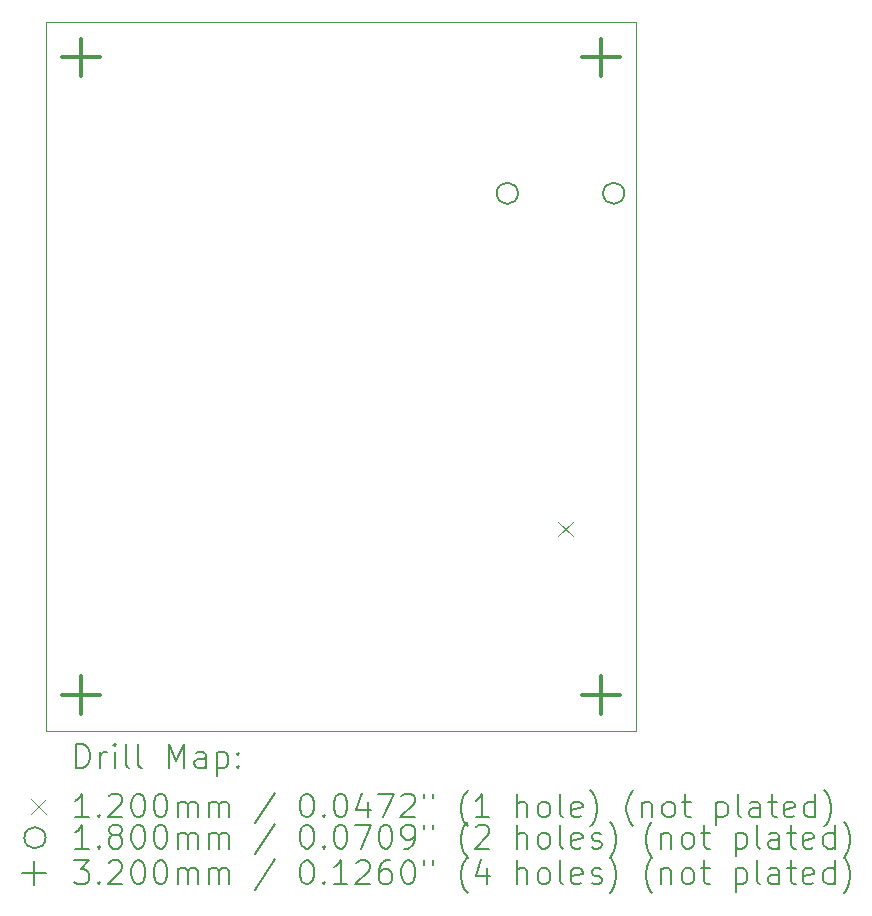
<source format=gbr>
%TF.GenerationSoftware,KiCad,Pcbnew,8.0.5*%
%TF.CreationDate,2025-02-12T16:20:41+08:00*%
%TF.ProjectId,arduino_solar_bikelight_1,61726475-696e-46f5-9f73-6f6c61725f62,rev?*%
%TF.SameCoordinates,Original*%
%TF.FileFunction,Drillmap*%
%TF.FilePolarity,Positive*%
%FSLAX45Y45*%
G04 Gerber Fmt 4.5, Leading zero omitted, Abs format (unit mm)*
G04 Created by KiCad (PCBNEW 8.0.5) date 2025-02-12 16:20:41*
%MOMM*%
%LPD*%
G01*
G04 APERTURE LIST*
%ADD10C,0.050000*%
%ADD11C,0.200000*%
%ADD12C,0.120000*%
%ADD13C,0.180000*%
%ADD14C,0.320000*%
G04 APERTURE END LIST*
D10*
X14144500Y-5839500D02*
X19144500Y-5839500D01*
X19144500Y-11839500D01*
X14144500Y-11839500D01*
X14144500Y-5839500D01*
D11*
D12*
X18484500Y-10069500D02*
X18604500Y-10189500D01*
X18604500Y-10069500D02*
X18484500Y-10189500D01*
D13*
X18142000Y-7289500D02*
G75*
G02*
X17962000Y-7289500I-90000J0D01*
G01*
X17962000Y-7289500D02*
G75*
G02*
X18142000Y-7289500I90000J0D01*
G01*
X19042000Y-7289500D02*
G75*
G02*
X18862000Y-7289500I-90000J0D01*
G01*
X18862000Y-7289500D02*
G75*
G02*
X19042000Y-7289500I90000J0D01*
G01*
D14*
X14444500Y-5979500D02*
X14444500Y-6299500D01*
X14284500Y-6139500D02*
X14604500Y-6139500D01*
X14444500Y-11379500D02*
X14444500Y-11699500D01*
X14284500Y-11539500D02*
X14604500Y-11539500D01*
X18844500Y-5979500D02*
X18844500Y-6299500D01*
X18684500Y-6139500D02*
X19004500Y-6139500D01*
X18844500Y-11379500D02*
X18844500Y-11699500D01*
X18684500Y-11539500D02*
X19004500Y-11539500D01*
D11*
X14402777Y-12153484D02*
X14402777Y-11953484D01*
X14402777Y-11953484D02*
X14450396Y-11953484D01*
X14450396Y-11953484D02*
X14478967Y-11963008D01*
X14478967Y-11963008D02*
X14498015Y-11982055D01*
X14498015Y-11982055D02*
X14507539Y-12001103D01*
X14507539Y-12001103D02*
X14517062Y-12039198D01*
X14517062Y-12039198D02*
X14517062Y-12067769D01*
X14517062Y-12067769D02*
X14507539Y-12105865D01*
X14507539Y-12105865D02*
X14498015Y-12124912D01*
X14498015Y-12124912D02*
X14478967Y-12143960D01*
X14478967Y-12143960D02*
X14450396Y-12153484D01*
X14450396Y-12153484D02*
X14402777Y-12153484D01*
X14602777Y-12153484D02*
X14602777Y-12020150D01*
X14602777Y-12058246D02*
X14612301Y-12039198D01*
X14612301Y-12039198D02*
X14621824Y-12029674D01*
X14621824Y-12029674D02*
X14640872Y-12020150D01*
X14640872Y-12020150D02*
X14659920Y-12020150D01*
X14726586Y-12153484D02*
X14726586Y-12020150D01*
X14726586Y-11953484D02*
X14717062Y-11963008D01*
X14717062Y-11963008D02*
X14726586Y-11972531D01*
X14726586Y-11972531D02*
X14736110Y-11963008D01*
X14736110Y-11963008D02*
X14726586Y-11953484D01*
X14726586Y-11953484D02*
X14726586Y-11972531D01*
X14850396Y-12153484D02*
X14831348Y-12143960D01*
X14831348Y-12143960D02*
X14821824Y-12124912D01*
X14821824Y-12124912D02*
X14821824Y-11953484D01*
X14955158Y-12153484D02*
X14936110Y-12143960D01*
X14936110Y-12143960D02*
X14926586Y-12124912D01*
X14926586Y-12124912D02*
X14926586Y-11953484D01*
X15183729Y-12153484D02*
X15183729Y-11953484D01*
X15183729Y-11953484D02*
X15250396Y-12096341D01*
X15250396Y-12096341D02*
X15317062Y-11953484D01*
X15317062Y-11953484D02*
X15317062Y-12153484D01*
X15498015Y-12153484D02*
X15498015Y-12048722D01*
X15498015Y-12048722D02*
X15488491Y-12029674D01*
X15488491Y-12029674D02*
X15469443Y-12020150D01*
X15469443Y-12020150D02*
X15431348Y-12020150D01*
X15431348Y-12020150D02*
X15412301Y-12029674D01*
X15498015Y-12143960D02*
X15478967Y-12153484D01*
X15478967Y-12153484D02*
X15431348Y-12153484D01*
X15431348Y-12153484D02*
X15412301Y-12143960D01*
X15412301Y-12143960D02*
X15402777Y-12124912D01*
X15402777Y-12124912D02*
X15402777Y-12105865D01*
X15402777Y-12105865D02*
X15412301Y-12086817D01*
X15412301Y-12086817D02*
X15431348Y-12077293D01*
X15431348Y-12077293D02*
X15478967Y-12077293D01*
X15478967Y-12077293D02*
X15498015Y-12067769D01*
X15593253Y-12020150D02*
X15593253Y-12220150D01*
X15593253Y-12029674D02*
X15612301Y-12020150D01*
X15612301Y-12020150D02*
X15650396Y-12020150D01*
X15650396Y-12020150D02*
X15669443Y-12029674D01*
X15669443Y-12029674D02*
X15678967Y-12039198D01*
X15678967Y-12039198D02*
X15688491Y-12058246D01*
X15688491Y-12058246D02*
X15688491Y-12115388D01*
X15688491Y-12115388D02*
X15678967Y-12134436D01*
X15678967Y-12134436D02*
X15669443Y-12143960D01*
X15669443Y-12143960D02*
X15650396Y-12153484D01*
X15650396Y-12153484D02*
X15612301Y-12153484D01*
X15612301Y-12153484D02*
X15593253Y-12143960D01*
X15774205Y-12134436D02*
X15783729Y-12143960D01*
X15783729Y-12143960D02*
X15774205Y-12153484D01*
X15774205Y-12153484D02*
X15764682Y-12143960D01*
X15764682Y-12143960D02*
X15774205Y-12134436D01*
X15774205Y-12134436D02*
X15774205Y-12153484D01*
X15774205Y-12029674D02*
X15783729Y-12039198D01*
X15783729Y-12039198D02*
X15774205Y-12048722D01*
X15774205Y-12048722D02*
X15764682Y-12039198D01*
X15764682Y-12039198D02*
X15774205Y-12029674D01*
X15774205Y-12029674D02*
X15774205Y-12048722D01*
D12*
X14022000Y-12422000D02*
X14142000Y-12542000D01*
X14142000Y-12422000D02*
X14022000Y-12542000D01*
D11*
X14507539Y-12573484D02*
X14393253Y-12573484D01*
X14450396Y-12573484D02*
X14450396Y-12373484D01*
X14450396Y-12373484D02*
X14431348Y-12402055D01*
X14431348Y-12402055D02*
X14412301Y-12421103D01*
X14412301Y-12421103D02*
X14393253Y-12430627D01*
X14593253Y-12554436D02*
X14602777Y-12563960D01*
X14602777Y-12563960D02*
X14593253Y-12573484D01*
X14593253Y-12573484D02*
X14583729Y-12563960D01*
X14583729Y-12563960D02*
X14593253Y-12554436D01*
X14593253Y-12554436D02*
X14593253Y-12573484D01*
X14678967Y-12392531D02*
X14688491Y-12383008D01*
X14688491Y-12383008D02*
X14707539Y-12373484D01*
X14707539Y-12373484D02*
X14755158Y-12373484D01*
X14755158Y-12373484D02*
X14774205Y-12383008D01*
X14774205Y-12383008D02*
X14783729Y-12392531D01*
X14783729Y-12392531D02*
X14793253Y-12411579D01*
X14793253Y-12411579D02*
X14793253Y-12430627D01*
X14793253Y-12430627D02*
X14783729Y-12459198D01*
X14783729Y-12459198D02*
X14669443Y-12573484D01*
X14669443Y-12573484D02*
X14793253Y-12573484D01*
X14917062Y-12373484D02*
X14936110Y-12373484D01*
X14936110Y-12373484D02*
X14955158Y-12383008D01*
X14955158Y-12383008D02*
X14964682Y-12392531D01*
X14964682Y-12392531D02*
X14974205Y-12411579D01*
X14974205Y-12411579D02*
X14983729Y-12449674D01*
X14983729Y-12449674D02*
X14983729Y-12497293D01*
X14983729Y-12497293D02*
X14974205Y-12535388D01*
X14974205Y-12535388D02*
X14964682Y-12554436D01*
X14964682Y-12554436D02*
X14955158Y-12563960D01*
X14955158Y-12563960D02*
X14936110Y-12573484D01*
X14936110Y-12573484D02*
X14917062Y-12573484D01*
X14917062Y-12573484D02*
X14898015Y-12563960D01*
X14898015Y-12563960D02*
X14888491Y-12554436D01*
X14888491Y-12554436D02*
X14878967Y-12535388D01*
X14878967Y-12535388D02*
X14869443Y-12497293D01*
X14869443Y-12497293D02*
X14869443Y-12449674D01*
X14869443Y-12449674D02*
X14878967Y-12411579D01*
X14878967Y-12411579D02*
X14888491Y-12392531D01*
X14888491Y-12392531D02*
X14898015Y-12383008D01*
X14898015Y-12383008D02*
X14917062Y-12373484D01*
X15107539Y-12373484D02*
X15126586Y-12373484D01*
X15126586Y-12373484D02*
X15145634Y-12383008D01*
X15145634Y-12383008D02*
X15155158Y-12392531D01*
X15155158Y-12392531D02*
X15164682Y-12411579D01*
X15164682Y-12411579D02*
X15174205Y-12449674D01*
X15174205Y-12449674D02*
X15174205Y-12497293D01*
X15174205Y-12497293D02*
X15164682Y-12535388D01*
X15164682Y-12535388D02*
X15155158Y-12554436D01*
X15155158Y-12554436D02*
X15145634Y-12563960D01*
X15145634Y-12563960D02*
X15126586Y-12573484D01*
X15126586Y-12573484D02*
X15107539Y-12573484D01*
X15107539Y-12573484D02*
X15088491Y-12563960D01*
X15088491Y-12563960D02*
X15078967Y-12554436D01*
X15078967Y-12554436D02*
X15069443Y-12535388D01*
X15069443Y-12535388D02*
X15059920Y-12497293D01*
X15059920Y-12497293D02*
X15059920Y-12449674D01*
X15059920Y-12449674D02*
X15069443Y-12411579D01*
X15069443Y-12411579D02*
X15078967Y-12392531D01*
X15078967Y-12392531D02*
X15088491Y-12383008D01*
X15088491Y-12383008D02*
X15107539Y-12373484D01*
X15259920Y-12573484D02*
X15259920Y-12440150D01*
X15259920Y-12459198D02*
X15269443Y-12449674D01*
X15269443Y-12449674D02*
X15288491Y-12440150D01*
X15288491Y-12440150D02*
X15317063Y-12440150D01*
X15317063Y-12440150D02*
X15336110Y-12449674D01*
X15336110Y-12449674D02*
X15345634Y-12468722D01*
X15345634Y-12468722D02*
X15345634Y-12573484D01*
X15345634Y-12468722D02*
X15355158Y-12449674D01*
X15355158Y-12449674D02*
X15374205Y-12440150D01*
X15374205Y-12440150D02*
X15402777Y-12440150D01*
X15402777Y-12440150D02*
X15421824Y-12449674D01*
X15421824Y-12449674D02*
X15431348Y-12468722D01*
X15431348Y-12468722D02*
X15431348Y-12573484D01*
X15526586Y-12573484D02*
X15526586Y-12440150D01*
X15526586Y-12459198D02*
X15536110Y-12449674D01*
X15536110Y-12449674D02*
X15555158Y-12440150D01*
X15555158Y-12440150D02*
X15583729Y-12440150D01*
X15583729Y-12440150D02*
X15602777Y-12449674D01*
X15602777Y-12449674D02*
X15612301Y-12468722D01*
X15612301Y-12468722D02*
X15612301Y-12573484D01*
X15612301Y-12468722D02*
X15621824Y-12449674D01*
X15621824Y-12449674D02*
X15640872Y-12440150D01*
X15640872Y-12440150D02*
X15669443Y-12440150D01*
X15669443Y-12440150D02*
X15688491Y-12449674D01*
X15688491Y-12449674D02*
X15698015Y-12468722D01*
X15698015Y-12468722D02*
X15698015Y-12573484D01*
X16088491Y-12363960D02*
X15917063Y-12621103D01*
X16345634Y-12373484D02*
X16364682Y-12373484D01*
X16364682Y-12373484D02*
X16383729Y-12383008D01*
X16383729Y-12383008D02*
X16393253Y-12392531D01*
X16393253Y-12392531D02*
X16402777Y-12411579D01*
X16402777Y-12411579D02*
X16412301Y-12449674D01*
X16412301Y-12449674D02*
X16412301Y-12497293D01*
X16412301Y-12497293D02*
X16402777Y-12535388D01*
X16402777Y-12535388D02*
X16393253Y-12554436D01*
X16393253Y-12554436D02*
X16383729Y-12563960D01*
X16383729Y-12563960D02*
X16364682Y-12573484D01*
X16364682Y-12573484D02*
X16345634Y-12573484D01*
X16345634Y-12573484D02*
X16326586Y-12563960D01*
X16326586Y-12563960D02*
X16317063Y-12554436D01*
X16317063Y-12554436D02*
X16307539Y-12535388D01*
X16307539Y-12535388D02*
X16298015Y-12497293D01*
X16298015Y-12497293D02*
X16298015Y-12449674D01*
X16298015Y-12449674D02*
X16307539Y-12411579D01*
X16307539Y-12411579D02*
X16317063Y-12392531D01*
X16317063Y-12392531D02*
X16326586Y-12383008D01*
X16326586Y-12383008D02*
X16345634Y-12373484D01*
X16498015Y-12554436D02*
X16507539Y-12563960D01*
X16507539Y-12563960D02*
X16498015Y-12573484D01*
X16498015Y-12573484D02*
X16488491Y-12563960D01*
X16488491Y-12563960D02*
X16498015Y-12554436D01*
X16498015Y-12554436D02*
X16498015Y-12573484D01*
X16631348Y-12373484D02*
X16650396Y-12373484D01*
X16650396Y-12373484D02*
X16669444Y-12383008D01*
X16669444Y-12383008D02*
X16678967Y-12392531D01*
X16678967Y-12392531D02*
X16688491Y-12411579D01*
X16688491Y-12411579D02*
X16698015Y-12449674D01*
X16698015Y-12449674D02*
X16698015Y-12497293D01*
X16698015Y-12497293D02*
X16688491Y-12535388D01*
X16688491Y-12535388D02*
X16678967Y-12554436D01*
X16678967Y-12554436D02*
X16669444Y-12563960D01*
X16669444Y-12563960D02*
X16650396Y-12573484D01*
X16650396Y-12573484D02*
X16631348Y-12573484D01*
X16631348Y-12573484D02*
X16612301Y-12563960D01*
X16612301Y-12563960D02*
X16602777Y-12554436D01*
X16602777Y-12554436D02*
X16593253Y-12535388D01*
X16593253Y-12535388D02*
X16583729Y-12497293D01*
X16583729Y-12497293D02*
X16583729Y-12449674D01*
X16583729Y-12449674D02*
X16593253Y-12411579D01*
X16593253Y-12411579D02*
X16602777Y-12392531D01*
X16602777Y-12392531D02*
X16612301Y-12383008D01*
X16612301Y-12383008D02*
X16631348Y-12373484D01*
X16869444Y-12440150D02*
X16869444Y-12573484D01*
X16821825Y-12363960D02*
X16774206Y-12506817D01*
X16774206Y-12506817D02*
X16898015Y-12506817D01*
X16955158Y-12373484D02*
X17088491Y-12373484D01*
X17088491Y-12373484D02*
X17002777Y-12573484D01*
X17155158Y-12392531D02*
X17164682Y-12383008D01*
X17164682Y-12383008D02*
X17183729Y-12373484D01*
X17183729Y-12373484D02*
X17231349Y-12373484D01*
X17231349Y-12373484D02*
X17250396Y-12383008D01*
X17250396Y-12383008D02*
X17259920Y-12392531D01*
X17259920Y-12392531D02*
X17269444Y-12411579D01*
X17269444Y-12411579D02*
X17269444Y-12430627D01*
X17269444Y-12430627D02*
X17259920Y-12459198D01*
X17259920Y-12459198D02*
X17145634Y-12573484D01*
X17145634Y-12573484D02*
X17269444Y-12573484D01*
X17345634Y-12373484D02*
X17345634Y-12411579D01*
X17421825Y-12373484D02*
X17421825Y-12411579D01*
X17717063Y-12649674D02*
X17707539Y-12640150D01*
X17707539Y-12640150D02*
X17688491Y-12611579D01*
X17688491Y-12611579D02*
X17678968Y-12592531D01*
X17678968Y-12592531D02*
X17669444Y-12563960D01*
X17669444Y-12563960D02*
X17659920Y-12516341D01*
X17659920Y-12516341D02*
X17659920Y-12478246D01*
X17659920Y-12478246D02*
X17669444Y-12430627D01*
X17669444Y-12430627D02*
X17678968Y-12402055D01*
X17678968Y-12402055D02*
X17688491Y-12383008D01*
X17688491Y-12383008D02*
X17707539Y-12354436D01*
X17707539Y-12354436D02*
X17717063Y-12344912D01*
X17898015Y-12573484D02*
X17783730Y-12573484D01*
X17840872Y-12573484D02*
X17840872Y-12373484D01*
X17840872Y-12373484D02*
X17821825Y-12402055D01*
X17821825Y-12402055D02*
X17802777Y-12421103D01*
X17802777Y-12421103D02*
X17783730Y-12430627D01*
X18136111Y-12573484D02*
X18136111Y-12373484D01*
X18221825Y-12573484D02*
X18221825Y-12468722D01*
X18221825Y-12468722D02*
X18212301Y-12449674D01*
X18212301Y-12449674D02*
X18193253Y-12440150D01*
X18193253Y-12440150D02*
X18164682Y-12440150D01*
X18164682Y-12440150D02*
X18145634Y-12449674D01*
X18145634Y-12449674D02*
X18136111Y-12459198D01*
X18345634Y-12573484D02*
X18326587Y-12563960D01*
X18326587Y-12563960D02*
X18317063Y-12554436D01*
X18317063Y-12554436D02*
X18307539Y-12535388D01*
X18307539Y-12535388D02*
X18307539Y-12478246D01*
X18307539Y-12478246D02*
X18317063Y-12459198D01*
X18317063Y-12459198D02*
X18326587Y-12449674D01*
X18326587Y-12449674D02*
X18345634Y-12440150D01*
X18345634Y-12440150D02*
X18374206Y-12440150D01*
X18374206Y-12440150D02*
X18393253Y-12449674D01*
X18393253Y-12449674D02*
X18402777Y-12459198D01*
X18402777Y-12459198D02*
X18412301Y-12478246D01*
X18412301Y-12478246D02*
X18412301Y-12535388D01*
X18412301Y-12535388D02*
X18402777Y-12554436D01*
X18402777Y-12554436D02*
X18393253Y-12563960D01*
X18393253Y-12563960D02*
X18374206Y-12573484D01*
X18374206Y-12573484D02*
X18345634Y-12573484D01*
X18526587Y-12573484D02*
X18507539Y-12563960D01*
X18507539Y-12563960D02*
X18498015Y-12544912D01*
X18498015Y-12544912D02*
X18498015Y-12373484D01*
X18678968Y-12563960D02*
X18659920Y-12573484D01*
X18659920Y-12573484D02*
X18621825Y-12573484D01*
X18621825Y-12573484D02*
X18602777Y-12563960D01*
X18602777Y-12563960D02*
X18593253Y-12544912D01*
X18593253Y-12544912D02*
X18593253Y-12468722D01*
X18593253Y-12468722D02*
X18602777Y-12449674D01*
X18602777Y-12449674D02*
X18621825Y-12440150D01*
X18621825Y-12440150D02*
X18659920Y-12440150D01*
X18659920Y-12440150D02*
X18678968Y-12449674D01*
X18678968Y-12449674D02*
X18688492Y-12468722D01*
X18688492Y-12468722D02*
X18688492Y-12487769D01*
X18688492Y-12487769D02*
X18593253Y-12506817D01*
X18755158Y-12649674D02*
X18764682Y-12640150D01*
X18764682Y-12640150D02*
X18783730Y-12611579D01*
X18783730Y-12611579D02*
X18793253Y-12592531D01*
X18793253Y-12592531D02*
X18802777Y-12563960D01*
X18802777Y-12563960D02*
X18812301Y-12516341D01*
X18812301Y-12516341D02*
X18812301Y-12478246D01*
X18812301Y-12478246D02*
X18802777Y-12430627D01*
X18802777Y-12430627D02*
X18793253Y-12402055D01*
X18793253Y-12402055D02*
X18783730Y-12383008D01*
X18783730Y-12383008D02*
X18764682Y-12354436D01*
X18764682Y-12354436D02*
X18755158Y-12344912D01*
X19117063Y-12649674D02*
X19107539Y-12640150D01*
X19107539Y-12640150D02*
X19088492Y-12611579D01*
X19088492Y-12611579D02*
X19078968Y-12592531D01*
X19078968Y-12592531D02*
X19069444Y-12563960D01*
X19069444Y-12563960D02*
X19059920Y-12516341D01*
X19059920Y-12516341D02*
X19059920Y-12478246D01*
X19059920Y-12478246D02*
X19069444Y-12430627D01*
X19069444Y-12430627D02*
X19078968Y-12402055D01*
X19078968Y-12402055D02*
X19088492Y-12383008D01*
X19088492Y-12383008D02*
X19107539Y-12354436D01*
X19107539Y-12354436D02*
X19117063Y-12344912D01*
X19193253Y-12440150D02*
X19193253Y-12573484D01*
X19193253Y-12459198D02*
X19202777Y-12449674D01*
X19202777Y-12449674D02*
X19221825Y-12440150D01*
X19221825Y-12440150D02*
X19250396Y-12440150D01*
X19250396Y-12440150D02*
X19269444Y-12449674D01*
X19269444Y-12449674D02*
X19278968Y-12468722D01*
X19278968Y-12468722D02*
X19278968Y-12573484D01*
X19402777Y-12573484D02*
X19383730Y-12563960D01*
X19383730Y-12563960D02*
X19374206Y-12554436D01*
X19374206Y-12554436D02*
X19364682Y-12535388D01*
X19364682Y-12535388D02*
X19364682Y-12478246D01*
X19364682Y-12478246D02*
X19374206Y-12459198D01*
X19374206Y-12459198D02*
X19383730Y-12449674D01*
X19383730Y-12449674D02*
X19402777Y-12440150D01*
X19402777Y-12440150D02*
X19431349Y-12440150D01*
X19431349Y-12440150D02*
X19450396Y-12449674D01*
X19450396Y-12449674D02*
X19459920Y-12459198D01*
X19459920Y-12459198D02*
X19469444Y-12478246D01*
X19469444Y-12478246D02*
X19469444Y-12535388D01*
X19469444Y-12535388D02*
X19459920Y-12554436D01*
X19459920Y-12554436D02*
X19450396Y-12563960D01*
X19450396Y-12563960D02*
X19431349Y-12573484D01*
X19431349Y-12573484D02*
X19402777Y-12573484D01*
X19526587Y-12440150D02*
X19602777Y-12440150D01*
X19555158Y-12373484D02*
X19555158Y-12544912D01*
X19555158Y-12544912D02*
X19564682Y-12563960D01*
X19564682Y-12563960D02*
X19583730Y-12573484D01*
X19583730Y-12573484D02*
X19602777Y-12573484D01*
X19821825Y-12440150D02*
X19821825Y-12640150D01*
X19821825Y-12449674D02*
X19840873Y-12440150D01*
X19840873Y-12440150D02*
X19878968Y-12440150D01*
X19878968Y-12440150D02*
X19898015Y-12449674D01*
X19898015Y-12449674D02*
X19907539Y-12459198D01*
X19907539Y-12459198D02*
X19917063Y-12478246D01*
X19917063Y-12478246D02*
X19917063Y-12535388D01*
X19917063Y-12535388D02*
X19907539Y-12554436D01*
X19907539Y-12554436D02*
X19898015Y-12563960D01*
X19898015Y-12563960D02*
X19878968Y-12573484D01*
X19878968Y-12573484D02*
X19840873Y-12573484D01*
X19840873Y-12573484D02*
X19821825Y-12563960D01*
X20031349Y-12573484D02*
X20012301Y-12563960D01*
X20012301Y-12563960D02*
X20002777Y-12544912D01*
X20002777Y-12544912D02*
X20002777Y-12373484D01*
X20193254Y-12573484D02*
X20193254Y-12468722D01*
X20193254Y-12468722D02*
X20183730Y-12449674D01*
X20183730Y-12449674D02*
X20164682Y-12440150D01*
X20164682Y-12440150D02*
X20126587Y-12440150D01*
X20126587Y-12440150D02*
X20107539Y-12449674D01*
X20193254Y-12563960D02*
X20174206Y-12573484D01*
X20174206Y-12573484D02*
X20126587Y-12573484D01*
X20126587Y-12573484D02*
X20107539Y-12563960D01*
X20107539Y-12563960D02*
X20098015Y-12544912D01*
X20098015Y-12544912D02*
X20098015Y-12525865D01*
X20098015Y-12525865D02*
X20107539Y-12506817D01*
X20107539Y-12506817D02*
X20126587Y-12497293D01*
X20126587Y-12497293D02*
X20174206Y-12497293D01*
X20174206Y-12497293D02*
X20193254Y-12487769D01*
X20259920Y-12440150D02*
X20336111Y-12440150D01*
X20288492Y-12373484D02*
X20288492Y-12544912D01*
X20288492Y-12544912D02*
X20298015Y-12563960D01*
X20298015Y-12563960D02*
X20317063Y-12573484D01*
X20317063Y-12573484D02*
X20336111Y-12573484D01*
X20478968Y-12563960D02*
X20459920Y-12573484D01*
X20459920Y-12573484D02*
X20421825Y-12573484D01*
X20421825Y-12573484D02*
X20402777Y-12563960D01*
X20402777Y-12563960D02*
X20393254Y-12544912D01*
X20393254Y-12544912D02*
X20393254Y-12468722D01*
X20393254Y-12468722D02*
X20402777Y-12449674D01*
X20402777Y-12449674D02*
X20421825Y-12440150D01*
X20421825Y-12440150D02*
X20459920Y-12440150D01*
X20459920Y-12440150D02*
X20478968Y-12449674D01*
X20478968Y-12449674D02*
X20488492Y-12468722D01*
X20488492Y-12468722D02*
X20488492Y-12487769D01*
X20488492Y-12487769D02*
X20393254Y-12506817D01*
X20659920Y-12573484D02*
X20659920Y-12373484D01*
X20659920Y-12563960D02*
X20640873Y-12573484D01*
X20640873Y-12573484D02*
X20602777Y-12573484D01*
X20602777Y-12573484D02*
X20583730Y-12563960D01*
X20583730Y-12563960D02*
X20574206Y-12554436D01*
X20574206Y-12554436D02*
X20564682Y-12535388D01*
X20564682Y-12535388D02*
X20564682Y-12478246D01*
X20564682Y-12478246D02*
X20574206Y-12459198D01*
X20574206Y-12459198D02*
X20583730Y-12449674D01*
X20583730Y-12449674D02*
X20602777Y-12440150D01*
X20602777Y-12440150D02*
X20640873Y-12440150D01*
X20640873Y-12440150D02*
X20659920Y-12449674D01*
X20736111Y-12649674D02*
X20745635Y-12640150D01*
X20745635Y-12640150D02*
X20764682Y-12611579D01*
X20764682Y-12611579D02*
X20774206Y-12592531D01*
X20774206Y-12592531D02*
X20783730Y-12563960D01*
X20783730Y-12563960D02*
X20793254Y-12516341D01*
X20793254Y-12516341D02*
X20793254Y-12478246D01*
X20793254Y-12478246D02*
X20783730Y-12430627D01*
X20783730Y-12430627D02*
X20774206Y-12402055D01*
X20774206Y-12402055D02*
X20764682Y-12383008D01*
X20764682Y-12383008D02*
X20745635Y-12354436D01*
X20745635Y-12354436D02*
X20736111Y-12344912D01*
D13*
X14142000Y-12746000D02*
G75*
G02*
X13962000Y-12746000I-90000J0D01*
G01*
X13962000Y-12746000D02*
G75*
G02*
X14142000Y-12746000I90000J0D01*
G01*
D11*
X14507539Y-12837484D02*
X14393253Y-12837484D01*
X14450396Y-12837484D02*
X14450396Y-12637484D01*
X14450396Y-12637484D02*
X14431348Y-12666055D01*
X14431348Y-12666055D02*
X14412301Y-12685103D01*
X14412301Y-12685103D02*
X14393253Y-12694627D01*
X14593253Y-12818436D02*
X14602777Y-12827960D01*
X14602777Y-12827960D02*
X14593253Y-12837484D01*
X14593253Y-12837484D02*
X14583729Y-12827960D01*
X14583729Y-12827960D02*
X14593253Y-12818436D01*
X14593253Y-12818436D02*
X14593253Y-12837484D01*
X14717062Y-12723198D02*
X14698015Y-12713674D01*
X14698015Y-12713674D02*
X14688491Y-12704150D01*
X14688491Y-12704150D02*
X14678967Y-12685103D01*
X14678967Y-12685103D02*
X14678967Y-12675579D01*
X14678967Y-12675579D02*
X14688491Y-12656531D01*
X14688491Y-12656531D02*
X14698015Y-12647008D01*
X14698015Y-12647008D02*
X14717062Y-12637484D01*
X14717062Y-12637484D02*
X14755158Y-12637484D01*
X14755158Y-12637484D02*
X14774205Y-12647008D01*
X14774205Y-12647008D02*
X14783729Y-12656531D01*
X14783729Y-12656531D02*
X14793253Y-12675579D01*
X14793253Y-12675579D02*
X14793253Y-12685103D01*
X14793253Y-12685103D02*
X14783729Y-12704150D01*
X14783729Y-12704150D02*
X14774205Y-12713674D01*
X14774205Y-12713674D02*
X14755158Y-12723198D01*
X14755158Y-12723198D02*
X14717062Y-12723198D01*
X14717062Y-12723198D02*
X14698015Y-12732722D01*
X14698015Y-12732722D02*
X14688491Y-12742246D01*
X14688491Y-12742246D02*
X14678967Y-12761293D01*
X14678967Y-12761293D02*
X14678967Y-12799388D01*
X14678967Y-12799388D02*
X14688491Y-12818436D01*
X14688491Y-12818436D02*
X14698015Y-12827960D01*
X14698015Y-12827960D02*
X14717062Y-12837484D01*
X14717062Y-12837484D02*
X14755158Y-12837484D01*
X14755158Y-12837484D02*
X14774205Y-12827960D01*
X14774205Y-12827960D02*
X14783729Y-12818436D01*
X14783729Y-12818436D02*
X14793253Y-12799388D01*
X14793253Y-12799388D02*
X14793253Y-12761293D01*
X14793253Y-12761293D02*
X14783729Y-12742246D01*
X14783729Y-12742246D02*
X14774205Y-12732722D01*
X14774205Y-12732722D02*
X14755158Y-12723198D01*
X14917062Y-12637484D02*
X14936110Y-12637484D01*
X14936110Y-12637484D02*
X14955158Y-12647008D01*
X14955158Y-12647008D02*
X14964682Y-12656531D01*
X14964682Y-12656531D02*
X14974205Y-12675579D01*
X14974205Y-12675579D02*
X14983729Y-12713674D01*
X14983729Y-12713674D02*
X14983729Y-12761293D01*
X14983729Y-12761293D02*
X14974205Y-12799388D01*
X14974205Y-12799388D02*
X14964682Y-12818436D01*
X14964682Y-12818436D02*
X14955158Y-12827960D01*
X14955158Y-12827960D02*
X14936110Y-12837484D01*
X14936110Y-12837484D02*
X14917062Y-12837484D01*
X14917062Y-12837484D02*
X14898015Y-12827960D01*
X14898015Y-12827960D02*
X14888491Y-12818436D01*
X14888491Y-12818436D02*
X14878967Y-12799388D01*
X14878967Y-12799388D02*
X14869443Y-12761293D01*
X14869443Y-12761293D02*
X14869443Y-12713674D01*
X14869443Y-12713674D02*
X14878967Y-12675579D01*
X14878967Y-12675579D02*
X14888491Y-12656531D01*
X14888491Y-12656531D02*
X14898015Y-12647008D01*
X14898015Y-12647008D02*
X14917062Y-12637484D01*
X15107539Y-12637484D02*
X15126586Y-12637484D01*
X15126586Y-12637484D02*
X15145634Y-12647008D01*
X15145634Y-12647008D02*
X15155158Y-12656531D01*
X15155158Y-12656531D02*
X15164682Y-12675579D01*
X15164682Y-12675579D02*
X15174205Y-12713674D01*
X15174205Y-12713674D02*
X15174205Y-12761293D01*
X15174205Y-12761293D02*
X15164682Y-12799388D01*
X15164682Y-12799388D02*
X15155158Y-12818436D01*
X15155158Y-12818436D02*
X15145634Y-12827960D01*
X15145634Y-12827960D02*
X15126586Y-12837484D01*
X15126586Y-12837484D02*
X15107539Y-12837484D01*
X15107539Y-12837484D02*
X15088491Y-12827960D01*
X15088491Y-12827960D02*
X15078967Y-12818436D01*
X15078967Y-12818436D02*
X15069443Y-12799388D01*
X15069443Y-12799388D02*
X15059920Y-12761293D01*
X15059920Y-12761293D02*
X15059920Y-12713674D01*
X15059920Y-12713674D02*
X15069443Y-12675579D01*
X15069443Y-12675579D02*
X15078967Y-12656531D01*
X15078967Y-12656531D02*
X15088491Y-12647008D01*
X15088491Y-12647008D02*
X15107539Y-12637484D01*
X15259920Y-12837484D02*
X15259920Y-12704150D01*
X15259920Y-12723198D02*
X15269443Y-12713674D01*
X15269443Y-12713674D02*
X15288491Y-12704150D01*
X15288491Y-12704150D02*
X15317063Y-12704150D01*
X15317063Y-12704150D02*
X15336110Y-12713674D01*
X15336110Y-12713674D02*
X15345634Y-12732722D01*
X15345634Y-12732722D02*
X15345634Y-12837484D01*
X15345634Y-12732722D02*
X15355158Y-12713674D01*
X15355158Y-12713674D02*
X15374205Y-12704150D01*
X15374205Y-12704150D02*
X15402777Y-12704150D01*
X15402777Y-12704150D02*
X15421824Y-12713674D01*
X15421824Y-12713674D02*
X15431348Y-12732722D01*
X15431348Y-12732722D02*
X15431348Y-12837484D01*
X15526586Y-12837484D02*
X15526586Y-12704150D01*
X15526586Y-12723198D02*
X15536110Y-12713674D01*
X15536110Y-12713674D02*
X15555158Y-12704150D01*
X15555158Y-12704150D02*
X15583729Y-12704150D01*
X15583729Y-12704150D02*
X15602777Y-12713674D01*
X15602777Y-12713674D02*
X15612301Y-12732722D01*
X15612301Y-12732722D02*
X15612301Y-12837484D01*
X15612301Y-12732722D02*
X15621824Y-12713674D01*
X15621824Y-12713674D02*
X15640872Y-12704150D01*
X15640872Y-12704150D02*
X15669443Y-12704150D01*
X15669443Y-12704150D02*
X15688491Y-12713674D01*
X15688491Y-12713674D02*
X15698015Y-12732722D01*
X15698015Y-12732722D02*
X15698015Y-12837484D01*
X16088491Y-12627960D02*
X15917063Y-12885103D01*
X16345634Y-12637484D02*
X16364682Y-12637484D01*
X16364682Y-12637484D02*
X16383729Y-12647008D01*
X16383729Y-12647008D02*
X16393253Y-12656531D01*
X16393253Y-12656531D02*
X16402777Y-12675579D01*
X16402777Y-12675579D02*
X16412301Y-12713674D01*
X16412301Y-12713674D02*
X16412301Y-12761293D01*
X16412301Y-12761293D02*
X16402777Y-12799388D01*
X16402777Y-12799388D02*
X16393253Y-12818436D01*
X16393253Y-12818436D02*
X16383729Y-12827960D01*
X16383729Y-12827960D02*
X16364682Y-12837484D01*
X16364682Y-12837484D02*
X16345634Y-12837484D01*
X16345634Y-12837484D02*
X16326586Y-12827960D01*
X16326586Y-12827960D02*
X16317063Y-12818436D01*
X16317063Y-12818436D02*
X16307539Y-12799388D01*
X16307539Y-12799388D02*
X16298015Y-12761293D01*
X16298015Y-12761293D02*
X16298015Y-12713674D01*
X16298015Y-12713674D02*
X16307539Y-12675579D01*
X16307539Y-12675579D02*
X16317063Y-12656531D01*
X16317063Y-12656531D02*
X16326586Y-12647008D01*
X16326586Y-12647008D02*
X16345634Y-12637484D01*
X16498015Y-12818436D02*
X16507539Y-12827960D01*
X16507539Y-12827960D02*
X16498015Y-12837484D01*
X16498015Y-12837484D02*
X16488491Y-12827960D01*
X16488491Y-12827960D02*
X16498015Y-12818436D01*
X16498015Y-12818436D02*
X16498015Y-12837484D01*
X16631348Y-12637484D02*
X16650396Y-12637484D01*
X16650396Y-12637484D02*
X16669444Y-12647008D01*
X16669444Y-12647008D02*
X16678967Y-12656531D01*
X16678967Y-12656531D02*
X16688491Y-12675579D01*
X16688491Y-12675579D02*
X16698015Y-12713674D01*
X16698015Y-12713674D02*
X16698015Y-12761293D01*
X16698015Y-12761293D02*
X16688491Y-12799388D01*
X16688491Y-12799388D02*
X16678967Y-12818436D01*
X16678967Y-12818436D02*
X16669444Y-12827960D01*
X16669444Y-12827960D02*
X16650396Y-12837484D01*
X16650396Y-12837484D02*
X16631348Y-12837484D01*
X16631348Y-12837484D02*
X16612301Y-12827960D01*
X16612301Y-12827960D02*
X16602777Y-12818436D01*
X16602777Y-12818436D02*
X16593253Y-12799388D01*
X16593253Y-12799388D02*
X16583729Y-12761293D01*
X16583729Y-12761293D02*
X16583729Y-12713674D01*
X16583729Y-12713674D02*
X16593253Y-12675579D01*
X16593253Y-12675579D02*
X16602777Y-12656531D01*
X16602777Y-12656531D02*
X16612301Y-12647008D01*
X16612301Y-12647008D02*
X16631348Y-12637484D01*
X16764682Y-12637484D02*
X16898015Y-12637484D01*
X16898015Y-12637484D02*
X16812301Y-12837484D01*
X17012301Y-12637484D02*
X17031349Y-12637484D01*
X17031349Y-12637484D02*
X17050396Y-12647008D01*
X17050396Y-12647008D02*
X17059920Y-12656531D01*
X17059920Y-12656531D02*
X17069444Y-12675579D01*
X17069444Y-12675579D02*
X17078968Y-12713674D01*
X17078968Y-12713674D02*
X17078968Y-12761293D01*
X17078968Y-12761293D02*
X17069444Y-12799388D01*
X17069444Y-12799388D02*
X17059920Y-12818436D01*
X17059920Y-12818436D02*
X17050396Y-12827960D01*
X17050396Y-12827960D02*
X17031349Y-12837484D01*
X17031349Y-12837484D02*
X17012301Y-12837484D01*
X17012301Y-12837484D02*
X16993253Y-12827960D01*
X16993253Y-12827960D02*
X16983729Y-12818436D01*
X16983729Y-12818436D02*
X16974206Y-12799388D01*
X16974206Y-12799388D02*
X16964682Y-12761293D01*
X16964682Y-12761293D02*
X16964682Y-12713674D01*
X16964682Y-12713674D02*
X16974206Y-12675579D01*
X16974206Y-12675579D02*
X16983729Y-12656531D01*
X16983729Y-12656531D02*
X16993253Y-12647008D01*
X16993253Y-12647008D02*
X17012301Y-12637484D01*
X17174206Y-12837484D02*
X17212301Y-12837484D01*
X17212301Y-12837484D02*
X17231349Y-12827960D01*
X17231349Y-12827960D02*
X17240872Y-12818436D01*
X17240872Y-12818436D02*
X17259920Y-12789865D01*
X17259920Y-12789865D02*
X17269444Y-12751769D01*
X17269444Y-12751769D02*
X17269444Y-12675579D01*
X17269444Y-12675579D02*
X17259920Y-12656531D01*
X17259920Y-12656531D02*
X17250396Y-12647008D01*
X17250396Y-12647008D02*
X17231349Y-12637484D01*
X17231349Y-12637484D02*
X17193253Y-12637484D01*
X17193253Y-12637484D02*
X17174206Y-12647008D01*
X17174206Y-12647008D02*
X17164682Y-12656531D01*
X17164682Y-12656531D02*
X17155158Y-12675579D01*
X17155158Y-12675579D02*
X17155158Y-12723198D01*
X17155158Y-12723198D02*
X17164682Y-12742246D01*
X17164682Y-12742246D02*
X17174206Y-12751769D01*
X17174206Y-12751769D02*
X17193253Y-12761293D01*
X17193253Y-12761293D02*
X17231349Y-12761293D01*
X17231349Y-12761293D02*
X17250396Y-12751769D01*
X17250396Y-12751769D02*
X17259920Y-12742246D01*
X17259920Y-12742246D02*
X17269444Y-12723198D01*
X17345634Y-12637484D02*
X17345634Y-12675579D01*
X17421825Y-12637484D02*
X17421825Y-12675579D01*
X17717063Y-12913674D02*
X17707539Y-12904150D01*
X17707539Y-12904150D02*
X17688491Y-12875579D01*
X17688491Y-12875579D02*
X17678968Y-12856531D01*
X17678968Y-12856531D02*
X17669444Y-12827960D01*
X17669444Y-12827960D02*
X17659920Y-12780341D01*
X17659920Y-12780341D02*
X17659920Y-12742246D01*
X17659920Y-12742246D02*
X17669444Y-12694627D01*
X17669444Y-12694627D02*
X17678968Y-12666055D01*
X17678968Y-12666055D02*
X17688491Y-12647008D01*
X17688491Y-12647008D02*
X17707539Y-12618436D01*
X17707539Y-12618436D02*
X17717063Y-12608912D01*
X17783730Y-12656531D02*
X17793253Y-12647008D01*
X17793253Y-12647008D02*
X17812301Y-12637484D01*
X17812301Y-12637484D02*
X17859920Y-12637484D01*
X17859920Y-12637484D02*
X17878968Y-12647008D01*
X17878968Y-12647008D02*
X17888491Y-12656531D01*
X17888491Y-12656531D02*
X17898015Y-12675579D01*
X17898015Y-12675579D02*
X17898015Y-12694627D01*
X17898015Y-12694627D02*
X17888491Y-12723198D01*
X17888491Y-12723198D02*
X17774206Y-12837484D01*
X17774206Y-12837484D02*
X17898015Y-12837484D01*
X18136111Y-12837484D02*
X18136111Y-12637484D01*
X18221825Y-12837484D02*
X18221825Y-12732722D01*
X18221825Y-12732722D02*
X18212301Y-12713674D01*
X18212301Y-12713674D02*
X18193253Y-12704150D01*
X18193253Y-12704150D02*
X18164682Y-12704150D01*
X18164682Y-12704150D02*
X18145634Y-12713674D01*
X18145634Y-12713674D02*
X18136111Y-12723198D01*
X18345634Y-12837484D02*
X18326587Y-12827960D01*
X18326587Y-12827960D02*
X18317063Y-12818436D01*
X18317063Y-12818436D02*
X18307539Y-12799388D01*
X18307539Y-12799388D02*
X18307539Y-12742246D01*
X18307539Y-12742246D02*
X18317063Y-12723198D01*
X18317063Y-12723198D02*
X18326587Y-12713674D01*
X18326587Y-12713674D02*
X18345634Y-12704150D01*
X18345634Y-12704150D02*
X18374206Y-12704150D01*
X18374206Y-12704150D02*
X18393253Y-12713674D01*
X18393253Y-12713674D02*
X18402777Y-12723198D01*
X18402777Y-12723198D02*
X18412301Y-12742246D01*
X18412301Y-12742246D02*
X18412301Y-12799388D01*
X18412301Y-12799388D02*
X18402777Y-12818436D01*
X18402777Y-12818436D02*
X18393253Y-12827960D01*
X18393253Y-12827960D02*
X18374206Y-12837484D01*
X18374206Y-12837484D02*
X18345634Y-12837484D01*
X18526587Y-12837484D02*
X18507539Y-12827960D01*
X18507539Y-12827960D02*
X18498015Y-12808912D01*
X18498015Y-12808912D02*
X18498015Y-12637484D01*
X18678968Y-12827960D02*
X18659920Y-12837484D01*
X18659920Y-12837484D02*
X18621825Y-12837484D01*
X18621825Y-12837484D02*
X18602777Y-12827960D01*
X18602777Y-12827960D02*
X18593253Y-12808912D01*
X18593253Y-12808912D02*
X18593253Y-12732722D01*
X18593253Y-12732722D02*
X18602777Y-12713674D01*
X18602777Y-12713674D02*
X18621825Y-12704150D01*
X18621825Y-12704150D02*
X18659920Y-12704150D01*
X18659920Y-12704150D02*
X18678968Y-12713674D01*
X18678968Y-12713674D02*
X18688492Y-12732722D01*
X18688492Y-12732722D02*
X18688492Y-12751769D01*
X18688492Y-12751769D02*
X18593253Y-12770817D01*
X18764682Y-12827960D02*
X18783730Y-12837484D01*
X18783730Y-12837484D02*
X18821825Y-12837484D01*
X18821825Y-12837484D02*
X18840873Y-12827960D01*
X18840873Y-12827960D02*
X18850396Y-12808912D01*
X18850396Y-12808912D02*
X18850396Y-12799388D01*
X18850396Y-12799388D02*
X18840873Y-12780341D01*
X18840873Y-12780341D02*
X18821825Y-12770817D01*
X18821825Y-12770817D02*
X18793253Y-12770817D01*
X18793253Y-12770817D02*
X18774206Y-12761293D01*
X18774206Y-12761293D02*
X18764682Y-12742246D01*
X18764682Y-12742246D02*
X18764682Y-12732722D01*
X18764682Y-12732722D02*
X18774206Y-12713674D01*
X18774206Y-12713674D02*
X18793253Y-12704150D01*
X18793253Y-12704150D02*
X18821825Y-12704150D01*
X18821825Y-12704150D02*
X18840873Y-12713674D01*
X18917063Y-12913674D02*
X18926587Y-12904150D01*
X18926587Y-12904150D02*
X18945634Y-12875579D01*
X18945634Y-12875579D02*
X18955158Y-12856531D01*
X18955158Y-12856531D02*
X18964682Y-12827960D01*
X18964682Y-12827960D02*
X18974206Y-12780341D01*
X18974206Y-12780341D02*
X18974206Y-12742246D01*
X18974206Y-12742246D02*
X18964682Y-12694627D01*
X18964682Y-12694627D02*
X18955158Y-12666055D01*
X18955158Y-12666055D02*
X18945634Y-12647008D01*
X18945634Y-12647008D02*
X18926587Y-12618436D01*
X18926587Y-12618436D02*
X18917063Y-12608912D01*
X19278968Y-12913674D02*
X19269444Y-12904150D01*
X19269444Y-12904150D02*
X19250396Y-12875579D01*
X19250396Y-12875579D02*
X19240873Y-12856531D01*
X19240873Y-12856531D02*
X19231349Y-12827960D01*
X19231349Y-12827960D02*
X19221825Y-12780341D01*
X19221825Y-12780341D02*
X19221825Y-12742246D01*
X19221825Y-12742246D02*
X19231349Y-12694627D01*
X19231349Y-12694627D02*
X19240873Y-12666055D01*
X19240873Y-12666055D02*
X19250396Y-12647008D01*
X19250396Y-12647008D02*
X19269444Y-12618436D01*
X19269444Y-12618436D02*
X19278968Y-12608912D01*
X19355158Y-12704150D02*
X19355158Y-12837484D01*
X19355158Y-12723198D02*
X19364682Y-12713674D01*
X19364682Y-12713674D02*
X19383730Y-12704150D01*
X19383730Y-12704150D02*
X19412301Y-12704150D01*
X19412301Y-12704150D02*
X19431349Y-12713674D01*
X19431349Y-12713674D02*
X19440873Y-12732722D01*
X19440873Y-12732722D02*
X19440873Y-12837484D01*
X19564682Y-12837484D02*
X19545634Y-12827960D01*
X19545634Y-12827960D02*
X19536111Y-12818436D01*
X19536111Y-12818436D02*
X19526587Y-12799388D01*
X19526587Y-12799388D02*
X19526587Y-12742246D01*
X19526587Y-12742246D02*
X19536111Y-12723198D01*
X19536111Y-12723198D02*
X19545634Y-12713674D01*
X19545634Y-12713674D02*
X19564682Y-12704150D01*
X19564682Y-12704150D02*
X19593254Y-12704150D01*
X19593254Y-12704150D02*
X19612301Y-12713674D01*
X19612301Y-12713674D02*
X19621825Y-12723198D01*
X19621825Y-12723198D02*
X19631349Y-12742246D01*
X19631349Y-12742246D02*
X19631349Y-12799388D01*
X19631349Y-12799388D02*
X19621825Y-12818436D01*
X19621825Y-12818436D02*
X19612301Y-12827960D01*
X19612301Y-12827960D02*
X19593254Y-12837484D01*
X19593254Y-12837484D02*
X19564682Y-12837484D01*
X19688492Y-12704150D02*
X19764682Y-12704150D01*
X19717063Y-12637484D02*
X19717063Y-12808912D01*
X19717063Y-12808912D02*
X19726587Y-12827960D01*
X19726587Y-12827960D02*
X19745634Y-12837484D01*
X19745634Y-12837484D02*
X19764682Y-12837484D01*
X19983730Y-12704150D02*
X19983730Y-12904150D01*
X19983730Y-12713674D02*
X20002777Y-12704150D01*
X20002777Y-12704150D02*
X20040873Y-12704150D01*
X20040873Y-12704150D02*
X20059920Y-12713674D01*
X20059920Y-12713674D02*
X20069444Y-12723198D01*
X20069444Y-12723198D02*
X20078968Y-12742246D01*
X20078968Y-12742246D02*
X20078968Y-12799388D01*
X20078968Y-12799388D02*
X20069444Y-12818436D01*
X20069444Y-12818436D02*
X20059920Y-12827960D01*
X20059920Y-12827960D02*
X20040873Y-12837484D01*
X20040873Y-12837484D02*
X20002777Y-12837484D01*
X20002777Y-12837484D02*
X19983730Y-12827960D01*
X20193254Y-12837484D02*
X20174206Y-12827960D01*
X20174206Y-12827960D02*
X20164682Y-12808912D01*
X20164682Y-12808912D02*
X20164682Y-12637484D01*
X20355158Y-12837484D02*
X20355158Y-12732722D01*
X20355158Y-12732722D02*
X20345635Y-12713674D01*
X20345635Y-12713674D02*
X20326587Y-12704150D01*
X20326587Y-12704150D02*
X20288492Y-12704150D01*
X20288492Y-12704150D02*
X20269444Y-12713674D01*
X20355158Y-12827960D02*
X20336111Y-12837484D01*
X20336111Y-12837484D02*
X20288492Y-12837484D01*
X20288492Y-12837484D02*
X20269444Y-12827960D01*
X20269444Y-12827960D02*
X20259920Y-12808912D01*
X20259920Y-12808912D02*
X20259920Y-12789865D01*
X20259920Y-12789865D02*
X20269444Y-12770817D01*
X20269444Y-12770817D02*
X20288492Y-12761293D01*
X20288492Y-12761293D02*
X20336111Y-12761293D01*
X20336111Y-12761293D02*
X20355158Y-12751769D01*
X20421825Y-12704150D02*
X20498015Y-12704150D01*
X20450396Y-12637484D02*
X20450396Y-12808912D01*
X20450396Y-12808912D02*
X20459920Y-12827960D01*
X20459920Y-12827960D02*
X20478968Y-12837484D01*
X20478968Y-12837484D02*
X20498015Y-12837484D01*
X20640873Y-12827960D02*
X20621825Y-12837484D01*
X20621825Y-12837484D02*
X20583730Y-12837484D01*
X20583730Y-12837484D02*
X20564682Y-12827960D01*
X20564682Y-12827960D02*
X20555158Y-12808912D01*
X20555158Y-12808912D02*
X20555158Y-12732722D01*
X20555158Y-12732722D02*
X20564682Y-12713674D01*
X20564682Y-12713674D02*
X20583730Y-12704150D01*
X20583730Y-12704150D02*
X20621825Y-12704150D01*
X20621825Y-12704150D02*
X20640873Y-12713674D01*
X20640873Y-12713674D02*
X20650396Y-12732722D01*
X20650396Y-12732722D02*
X20650396Y-12751769D01*
X20650396Y-12751769D02*
X20555158Y-12770817D01*
X20821825Y-12837484D02*
X20821825Y-12637484D01*
X20821825Y-12827960D02*
X20802777Y-12837484D01*
X20802777Y-12837484D02*
X20764682Y-12837484D01*
X20764682Y-12837484D02*
X20745635Y-12827960D01*
X20745635Y-12827960D02*
X20736111Y-12818436D01*
X20736111Y-12818436D02*
X20726587Y-12799388D01*
X20726587Y-12799388D02*
X20726587Y-12742246D01*
X20726587Y-12742246D02*
X20736111Y-12723198D01*
X20736111Y-12723198D02*
X20745635Y-12713674D01*
X20745635Y-12713674D02*
X20764682Y-12704150D01*
X20764682Y-12704150D02*
X20802777Y-12704150D01*
X20802777Y-12704150D02*
X20821825Y-12713674D01*
X20898016Y-12913674D02*
X20907539Y-12904150D01*
X20907539Y-12904150D02*
X20926587Y-12875579D01*
X20926587Y-12875579D02*
X20936111Y-12856531D01*
X20936111Y-12856531D02*
X20945635Y-12827960D01*
X20945635Y-12827960D02*
X20955158Y-12780341D01*
X20955158Y-12780341D02*
X20955158Y-12742246D01*
X20955158Y-12742246D02*
X20945635Y-12694627D01*
X20945635Y-12694627D02*
X20936111Y-12666055D01*
X20936111Y-12666055D02*
X20926587Y-12647008D01*
X20926587Y-12647008D02*
X20907539Y-12618436D01*
X20907539Y-12618436D02*
X20898016Y-12608912D01*
X14042000Y-12946000D02*
X14042000Y-13146000D01*
X13942000Y-13046000D02*
X14142000Y-13046000D01*
X14383729Y-12937484D02*
X14507539Y-12937484D01*
X14507539Y-12937484D02*
X14440872Y-13013674D01*
X14440872Y-13013674D02*
X14469443Y-13013674D01*
X14469443Y-13013674D02*
X14488491Y-13023198D01*
X14488491Y-13023198D02*
X14498015Y-13032722D01*
X14498015Y-13032722D02*
X14507539Y-13051769D01*
X14507539Y-13051769D02*
X14507539Y-13099388D01*
X14507539Y-13099388D02*
X14498015Y-13118436D01*
X14498015Y-13118436D02*
X14488491Y-13127960D01*
X14488491Y-13127960D02*
X14469443Y-13137484D01*
X14469443Y-13137484D02*
X14412301Y-13137484D01*
X14412301Y-13137484D02*
X14393253Y-13127960D01*
X14393253Y-13127960D02*
X14383729Y-13118436D01*
X14593253Y-13118436D02*
X14602777Y-13127960D01*
X14602777Y-13127960D02*
X14593253Y-13137484D01*
X14593253Y-13137484D02*
X14583729Y-13127960D01*
X14583729Y-13127960D02*
X14593253Y-13118436D01*
X14593253Y-13118436D02*
X14593253Y-13137484D01*
X14678967Y-12956531D02*
X14688491Y-12947008D01*
X14688491Y-12947008D02*
X14707539Y-12937484D01*
X14707539Y-12937484D02*
X14755158Y-12937484D01*
X14755158Y-12937484D02*
X14774205Y-12947008D01*
X14774205Y-12947008D02*
X14783729Y-12956531D01*
X14783729Y-12956531D02*
X14793253Y-12975579D01*
X14793253Y-12975579D02*
X14793253Y-12994627D01*
X14793253Y-12994627D02*
X14783729Y-13023198D01*
X14783729Y-13023198D02*
X14669443Y-13137484D01*
X14669443Y-13137484D02*
X14793253Y-13137484D01*
X14917062Y-12937484D02*
X14936110Y-12937484D01*
X14936110Y-12937484D02*
X14955158Y-12947008D01*
X14955158Y-12947008D02*
X14964682Y-12956531D01*
X14964682Y-12956531D02*
X14974205Y-12975579D01*
X14974205Y-12975579D02*
X14983729Y-13013674D01*
X14983729Y-13013674D02*
X14983729Y-13061293D01*
X14983729Y-13061293D02*
X14974205Y-13099388D01*
X14974205Y-13099388D02*
X14964682Y-13118436D01*
X14964682Y-13118436D02*
X14955158Y-13127960D01*
X14955158Y-13127960D02*
X14936110Y-13137484D01*
X14936110Y-13137484D02*
X14917062Y-13137484D01*
X14917062Y-13137484D02*
X14898015Y-13127960D01*
X14898015Y-13127960D02*
X14888491Y-13118436D01*
X14888491Y-13118436D02*
X14878967Y-13099388D01*
X14878967Y-13099388D02*
X14869443Y-13061293D01*
X14869443Y-13061293D02*
X14869443Y-13013674D01*
X14869443Y-13013674D02*
X14878967Y-12975579D01*
X14878967Y-12975579D02*
X14888491Y-12956531D01*
X14888491Y-12956531D02*
X14898015Y-12947008D01*
X14898015Y-12947008D02*
X14917062Y-12937484D01*
X15107539Y-12937484D02*
X15126586Y-12937484D01*
X15126586Y-12937484D02*
X15145634Y-12947008D01*
X15145634Y-12947008D02*
X15155158Y-12956531D01*
X15155158Y-12956531D02*
X15164682Y-12975579D01*
X15164682Y-12975579D02*
X15174205Y-13013674D01*
X15174205Y-13013674D02*
X15174205Y-13061293D01*
X15174205Y-13061293D02*
X15164682Y-13099388D01*
X15164682Y-13099388D02*
X15155158Y-13118436D01*
X15155158Y-13118436D02*
X15145634Y-13127960D01*
X15145634Y-13127960D02*
X15126586Y-13137484D01*
X15126586Y-13137484D02*
X15107539Y-13137484D01*
X15107539Y-13137484D02*
X15088491Y-13127960D01*
X15088491Y-13127960D02*
X15078967Y-13118436D01*
X15078967Y-13118436D02*
X15069443Y-13099388D01*
X15069443Y-13099388D02*
X15059920Y-13061293D01*
X15059920Y-13061293D02*
X15059920Y-13013674D01*
X15059920Y-13013674D02*
X15069443Y-12975579D01*
X15069443Y-12975579D02*
X15078967Y-12956531D01*
X15078967Y-12956531D02*
X15088491Y-12947008D01*
X15088491Y-12947008D02*
X15107539Y-12937484D01*
X15259920Y-13137484D02*
X15259920Y-13004150D01*
X15259920Y-13023198D02*
X15269443Y-13013674D01*
X15269443Y-13013674D02*
X15288491Y-13004150D01*
X15288491Y-13004150D02*
X15317063Y-13004150D01*
X15317063Y-13004150D02*
X15336110Y-13013674D01*
X15336110Y-13013674D02*
X15345634Y-13032722D01*
X15345634Y-13032722D02*
X15345634Y-13137484D01*
X15345634Y-13032722D02*
X15355158Y-13013674D01*
X15355158Y-13013674D02*
X15374205Y-13004150D01*
X15374205Y-13004150D02*
X15402777Y-13004150D01*
X15402777Y-13004150D02*
X15421824Y-13013674D01*
X15421824Y-13013674D02*
X15431348Y-13032722D01*
X15431348Y-13032722D02*
X15431348Y-13137484D01*
X15526586Y-13137484D02*
X15526586Y-13004150D01*
X15526586Y-13023198D02*
X15536110Y-13013674D01*
X15536110Y-13013674D02*
X15555158Y-13004150D01*
X15555158Y-13004150D02*
X15583729Y-13004150D01*
X15583729Y-13004150D02*
X15602777Y-13013674D01*
X15602777Y-13013674D02*
X15612301Y-13032722D01*
X15612301Y-13032722D02*
X15612301Y-13137484D01*
X15612301Y-13032722D02*
X15621824Y-13013674D01*
X15621824Y-13013674D02*
X15640872Y-13004150D01*
X15640872Y-13004150D02*
X15669443Y-13004150D01*
X15669443Y-13004150D02*
X15688491Y-13013674D01*
X15688491Y-13013674D02*
X15698015Y-13032722D01*
X15698015Y-13032722D02*
X15698015Y-13137484D01*
X16088491Y-12927960D02*
X15917063Y-13185103D01*
X16345634Y-12937484D02*
X16364682Y-12937484D01*
X16364682Y-12937484D02*
X16383729Y-12947008D01*
X16383729Y-12947008D02*
X16393253Y-12956531D01*
X16393253Y-12956531D02*
X16402777Y-12975579D01*
X16402777Y-12975579D02*
X16412301Y-13013674D01*
X16412301Y-13013674D02*
X16412301Y-13061293D01*
X16412301Y-13061293D02*
X16402777Y-13099388D01*
X16402777Y-13099388D02*
X16393253Y-13118436D01*
X16393253Y-13118436D02*
X16383729Y-13127960D01*
X16383729Y-13127960D02*
X16364682Y-13137484D01*
X16364682Y-13137484D02*
X16345634Y-13137484D01*
X16345634Y-13137484D02*
X16326586Y-13127960D01*
X16326586Y-13127960D02*
X16317063Y-13118436D01*
X16317063Y-13118436D02*
X16307539Y-13099388D01*
X16307539Y-13099388D02*
X16298015Y-13061293D01*
X16298015Y-13061293D02*
X16298015Y-13013674D01*
X16298015Y-13013674D02*
X16307539Y-12975579D01*
X16307539Y-12975579D02*
X16317063Y-12956531D01*
X16317063Y-12956531D02*
X16326586Y-12947008D01*
X16326586Y-12947008D02*
X16345634Y-12937484D01*
X16498015Y-13118436D02*
X16507539Y-13127960D01*
X16507539Y-13127960D02*
X16498015Y-13137484D01*
X16498015Y-13137484D02*
X16488491Y-13127960D01*
X16488491Y-13127960D02*
X16498015Y-13118436D01*
X16498015Y-13118436D02*
X16498015Y-13137484D01*
X16698015Y-13137484D02*
X16583729Y-13137484D01*
X16640872Y-13137484D02*
X16640872Y-12937484D01*
X16640872Y-12937484D02*
X16621825Y-12966055D01*
X16621825Y-12966055D02*
X16602777Y-12985103D01*
X16602777Y-12985103D02*
X16583729Y-12994627D01*
X16774206Y-12956531D02*
X16783729Y-12947008D01*
X16783729Y-12947008D02*
X16802777Y-12937484D01*
X16802777Y-12937484D02*
X16850396Y-12937484D01*
X16850396Y-12937484D02*
X16869444Y-12947008D01*
X16869444Y-12947008D02*
X16878968Y-12956531D01*
X16878968Y-12956531D02*
X16888491Y-12975579D01*
X16888491Y-12975579D02*
X16888491Y-12994627D01*
X16888491Y-12994627D02*
X16878968Y-13023198D01*
X16878968Y-13023198D02*
X16764682Y-13137484D01*
X16764682Y-13137484D02*
X16888491Y-13137484D01*
X17059920Y-12937484D02*
X17021825Y-12937484D01*
X17021825Y-12937484D02*
X17002777Y-12947008D01*
X17002777Y-12947008D02*
X16993253Y-12956531D01*
X16993253Y-12956531D02*
X16974206Y-12985103D01*
X16974206Y-12985103D02*
X16964682Y-13023198D01*
X16964682Y-13023198D02*
X16964682Y-13099388D01*
X16964682Y-13099388D02*
X16974206Y-13118436D01*
X16974206Y-13118436D02*
X16983729Y-13127960D01*
X16983729Y-13127960D02*
X17002777Y-13137484D01*
X17002777Y-13137484D02*
X17040872Y-13137484D01*
X17040872Y-13137484D02*
X17059920Y-13127960D01*
X17059920Y-13127960D02*
X17069444Y-13118436D01*
X17069444Y-13118436D02*
X17078968Y-13099388D01*
X17078968Y-13099388D02*
X17078968Y-13051769D01*
X17078968Y-13051769D02*
X17069444Y-13032722D01*
X17069444Y-13032722D02*
X17059920Y-13023198D01*
X17059920Y-13023198D02*
X17040872Y-13013674D01*
X17040872Y-13013674D02*
X17002777Y-13013674D01*
X17002777Y-13013674D02*
X16983729Y-13023198D01*
X16983729Y-13023198D02*
X16974206Y-13032722D01*
X16974206Y-13032722D02*
X16964682Y-13051769D01*
X17202777Y-12937484D02*
X17221825Y-12937484D01*
X17221825Y-12937484D02*
X17240872Y-12947008D01*
X17240872Y-12947008D02*
X17250396Y-12956531D01*
X17250396Y-12956531D02*
X17259920Y-12975579D01*
X17259920Y-12975579D02*
X17269444Y-13013674D01*
X17269444Y-13013674D02*
X17269444Y-13061293D01*
X17269444Y-13061293D02*
X17259920Y-13099388D01*
X17259920Y-13099388D02*
X17250396Y-13118436D01*
X17250396Y-13118436D02*
X17240872Y-13127960D01*
X17240872Y-13127960D02*
X17221825Y-13137484D01*
X17221825Y-13137484D02*
X17202777Y-13137484D01*
X17202777Y-13137484D02*
X17183729Y-13127960D01*
X17183729Y-13127960D02*
X17174206Y-13118436D01*
X17174206Y-13118436D02*
X17164682Y-13099388D01*
X17164682Y-13099388D02*
X17155158Y-13061293D01*
X17155158Y-13061293D02*
X17155158Y-13013674D01*
X17155158Y-13013674D02*
X17164682Y-12975579D01*
X17164682Y-12975579D02*
X17174206Y-12956531D01*
X17174206Y-12956531D02*
X17183729Y-12947008D01*
X17183729Y-12947008D02*
X17202777Y-12937484D01*
X17345634Y-12937484D02*
X17345634Y-12975579D01*
X17421825Y-12937484D02*
X17421825Y-12975579D01*
X17717063Y-13213674D02*
X17707539Y-13204150D01*
X17707539Y-13204150D02*
X17688491Y-13175579D01*
X17688491Y-13175579D02*
X17678968Y-13156531D01*
X17678968Y-13156531D02*
X17669444Y-13127960D01*
X17669444Y-13127960D02*
X17659920Y-13080341D01*
X17659920Y-13080341D02*
X17659920Y-13042246D01*
X17659920Y-13042246D02*
X17669444Y-12994627D01*
X17669444Y-12994627D02*
X17678968Y-12966055D01*
X17678968Y-12966055D02*
X17688491Y-12947008D01*
X17688491Y-12947008D02*
X17707539Y-12918436D01*
X17707539Y-12918436D02*
X17717063Y-12908912D01*
X17878968Y-13004150D02*
X17878968Y-13137484D01*
X17831349Y-12927960D02*
X17783730Y-13070817D01*
X17783730Y-13070817D02*
X17907539Y-13070817D01*
X18136111Y-13137484D02*
X18136111Y-12937484D01*
X18221825Y-13137484D02*
X18221825Y-13032722D01*
X18221825Y-13032722D02*
X18212301Y-13013674D01*
X18212301Y-13013674D02*
X18193253Y-13004150D01*
X18193253Y-13004150D02*
X18164682Y-13004150D01*
X18164682Y-13004150D02*
X18145634Y-13013674D01*
X18145634Y-13013674D02*
X18136111Y-13023198D01*
X18345634Y-13137484D02*
X18326587Y-13127960D01*
X18326587Y-13127960D02*
X18317063Y-13118436D01*
X18317063Y-13118436D02*
X18307539Y-13099388D01*
X18307539Y-13099388D02*
X18307539Y-13042246D01*
X18307539Y-13042246D02*
X18317063Y-13023198D01*
X18317063Y-13023198D02*
X18326587Y-13013674D01*
X18326587Y-13013674D02*
X18345634Y-13004150D01*
X18345634Y-13004150D02*
X18374206Y-13004150D01*
X18374206Y-13004150D02*
X18393253Y-13013674D01*
X18393253Y-13013674D02*
X18402777Y-13023198D01*
X18402777Y-13023198D02*
X18412301Y-13042246D01*
X18412301Y-13042246D02*
X18412301Y-13099388D01*
X18412301Y-13099388D02*
X18402777Y-13118436D01*
X18402777Y-13118436D02*
X18393253Y-13127960D01*
X18393253Y-13127960D02*
X18374206Y-13137484D01*
X18374206Y-13137484D02*
X18345634Y-13137484D01*
X18526587Y-13137484D02*
X18507539Y-13127960D01*
X18507539Y-13127960D02*
X18498015Y-13108912D01*
X18498015Y-13108912D02*
X18498015Y-12937484D01*
X18678968Y-13127960D02*
X18659920Y-13137484D01*
X18659920Y-13137484D02*
X18621825Y-13137484D01*
X18621825Y-13137484D02*
X18602777Y-13127960D01*
X18602777Y-13127960D02*
X18593253Y-13108912D01*
X18593253Y-13108912D02*
X18593253Y-13032722D01*
X18593253Y-13032722D02*
X18602777Y-13013674D01*
X18602777Y-13013674D02*
X18621825Y-13004150D01*
X18621825Y-13004150D02*
X18659920Y-13004150D01*
X18659920Y-13004150D02*
X18678968Y-13013674D01*
X18678968Y-13013674D02*
X18688492Y-13032722D01*
X18688492Y-13032722D02*
X18688492Y-13051769D01*
X18688492Y-13051769D02*
X18593253Y-13070817D01*
X18764682Y-13127960D02*
X18783730Y-13137484D01*
X18783730Y-13137484D02*
X18821825Y-13137484D01*
X18821825Y-13137484D02*
X18840873Y-13127960D01*
X18840873Y-13127960D02*
X18850396Y-13108912D01*
X18850396Y-13108912D02*
X18850396Y-13099388D01*
X18850396Y-13099388D02*
X18840873Y-13080341D01*
X18840873Y-13080341D02*
X18821825Y-13070817D01*
X18821825Y-13070817D02*
X18793253Y-13070817D01*
X18793253Y-13070817D02*
X18774206Y-13061293D01*
X18774206Y-13061293D02*
X18764682Y-13042246D01*
X18764682Y-13042246D02*
X18764682Y-13032722D01*
X18764682Y-13032722D02*
X18774206Y-13013674D01*
X18774206Y-13013674D02*
X18793253Y-13004150D01*
X18793253Y-13004150D02*
X18821825Y-13004150D01*
X18821825Y-13004150D02*
X18840873Y-13013674D01*
X18917063Y-13213674D02*
X18926587Y-13204150D01*
X18926587Y-13204150D02*
X18945634Y-13175579D01*
X18945634Y-13175579D02*
X18955158Y-13156531D01*
X18955158Y-13156531D02*
X18964682Y-13127960D01*
X18964682Y-13127960D02*
X18974206Y-13080341D01*
X18974206Y-13080341D02*
X18974206Y-13042246D01*
X18974206Y-13042246D02*
X18964682Y-12994627D01*
X18964682Y-12994627D02*
X18955158Y-12966055D01*
X18955158Y-12966055D02*
X18945634Y-12947008D01*
X18945634Y-12947008D02*
X18926587Y-12918436D01*
X18926587Y-12918436D02*
X18917063Y-12908912D01*
X19278968Y-13213674D02*
X19269444Y-13204150D01*
X19269444Y-13204150D02*
X19250396Y-13175579D01*
X19250396Y-13175579D02*
X19240873Y-13156531D01*
X19240873Y-13156531D02*
X19231349Y-13127960D01*
X19231349Y-13127960D02*
X19221825Y-13080341D01*
X19221825Y-13080341D02*
X19221825Y-13042246D01*
X19221825Y-13042246D02*
X19231349Y-12994627D01*
X19231349Y-12994627D02*
X19240873Y-12966055D01*
X19240873Y-12966055D02*
X19250396Y-12947008D01*
X19250396Y-12947008D02*
X19269444Y-12918436D01*
X19269444Y-12918436D02*
X19278968Y-12908912D01*
X19355158Y-13004150D02*
X19355158Y-13137484D01*
X19355158Y-13023198D02*
X19364682Y-13013674D01*
X19364682Y-13013674D02*
X19383730Y-13004150D01*
X19383730Y-13004150D02*
X19412301Y-13004150D01*
X19412301Y-13004150D02*
X19431349Y-13013674D01*
X19431349Y-13013674D02*
X19440873Y-13032722D01*
X19440873Y-13032722D02*
X19440873Y-13137484D01*
X19564682Y-13137484D02*
X19545634Y-13127960D01*
X19545634Y-13127960D02*
X19536111Y-13118436D01*
X19536111Y-13118436D02*
X19526587Y-13099388D01*
X19526587Y-13099388D02*
X19526587Y-13042246D01*
X19526587Y-13042246D02*
X19536111Y-13023198D01*
X19536111Y-13023198D02*
X19545634Y-13013674D01*
X19545634Y-13013674D02*
X19564682Y-13004150D01*
X19564682Y-13004150D02*
X19593254Y-13004150D01*
X19593254Y-13004150D02*
X19612301Y-13013674D01*
X19612301Y-13013674D02*
X19621825Y-13023198D01*
X19621825Y-13023198D02*
X19631349Y-13042246D01*
X19631349Y-13042246D02*
X19631349Y-13099388D01*
X19631349Y-13099388D02*
X19621825Y-13118436D01*
X19621825Y-13118436D02*
X19612301Y-13127960D01*
X19612301Y-13127960D02*
X19593254Y-13137484D01*
X19593254Y-13137484D02*
X19564682Y-13137484D01*
X19688492Y-13004150D02*
X19764682Y-13004150D01*
X19717063Y-12937484D02*
X19717063Y-13108912D01*
X19717063Y-13108912D02*
X19726587Y-13127960D01*
X19726587Y-13127960D02*
X19745634Y-13137484D01*
X19745634Y-13137484D02*
X19764682Y-13137484D01*
X19983730Y-13004150D02*
X19983730Y-13204150D01*
X19983730Y-13013674D02*
X20002777Y-13004150D01*
X20002777Y-13004150D02*
X20040873Y-13004150D01*
X20040873Y-13004150D02*
X20059920Y-13013674D01*
X20059920Y-13013674D02*
X20069444Y-13023198D01*
X20069444Y-13023198D02*
X20078968Y-13042246D01*
X20078968Y-13042246D02*
X20078968Y-13099388D01*
X20078968Y-13099388D02*
X20069444Y-13118436D01*
X20069444Y-13118436D02*
X20059920Y-13127960D01*
X20059920Y-13127960D02*
X20040873Y-13137484D01*
X20040873Y-13137484D02*
X20002777Y-13137484D01*
X20002777Y-13137484D02*
X19983730Y-13127960D01*
X20193254Y-13137484D02*
X20174206Y-13127960D01*
X20174206Y-13127960D02*
X20164682Y-13108912D01*
X20164682Y-13108912D02*
X20164682Y-12937484D01*
X20355158Y-13137484D02*
X20355158Y-13032722D01*
X20355158Y-13032722D02*
X20345635Y-13013674D01*
X20345635Y-13013674D02*
X20326587Y-13004150D01*
X20326587Y-13004150D02*
X20288492Y-13004150D01*
X20288492Y-13004150D02*
X20269444Y-13013674D01*
X20355158Y-13127960D02*
X20336111Y-13137484D01*
X20336111Y-13137484D02*
X20288492Y-13137484D01*
X20288492Y-13137484D02*
X20269444Y-13127960D01*
X20269444Y-13127960D02*
X20259920Y-13108912D01*
X20259920Y-13108912D02*
X20259920Y-13089865D01*
X20259920Y-13089865D02*
X20269444Y-13070817D01*
X20269444Y-13070817D02*
X20288492Y-13061293D01*
X20288492Y-13061293D02*
X20336111Y-13061293D01*
X20336111Y-13061293D02*
X20355158Y-13051769D01*
X20421825Y-13004150D02*
X20498015Y-13004150D01*
X20450396Y-12937484D02*
X20450396Y-13108912D01*
X20450396Y-13108912D02*
X20459920Y-13127960D01*
X20459920Y-13127960D02*
X20478968Y-13137484D01*
X20478968Y-13137484D02*
X20498015Y-13137484D01*
X20640873Y-13127960D02*
X20621825Y-13137484D01*
X20621825Y-13137484D02*
X20583730Y-13137484D01*
X20583730Y-13137484D02*
X20564682Y-13127960D01*
X20564682Y-13127960D02*
X20555158Y-13108912D01*
X20555158Y-13108912D02*
X20555158Y-13032722D01*
X20555158Y-13032722D02*
X20564682Y-13013674D01*
X20564682Y-13013674D02*
X20583730Y-13004150D01*
X20583730Y-13004150D02*
X20621825Y-13004150D01*
X20621825Y-13004150D02*
X20640873Y-13013674D01*
X20640873Y-13013674D02*
X20650396Y-13032722D01*
X20650396Y-13032722D02*
X20650396Y-13051769D01*
X20650396Y-13051769D02*
X20555158Y-13070817D01*
X20821825Y-13137484D02*
X20821825Y-12937484D01*
X20821825Y-13127960D02*
X20802777Y-13137484D01*
X20802777Y-13137484D02*
X20764682Y-13137484D01*
X20764682Y-13137484D02*
X20745635Y-13127960D01*
X20745635Y-13127960D02*
X20736111Y-13118436D01*
X20736111Y-13118436D02*
X20726587Y-13099388D01*
X20726587Y-13099388D02*
X20726587Y-13042246D01*
X20726587Y-13042246D02*
X20736111Y-13023198D01*
X20736111Y-13023198D02*
X20745635Y-13013674D01*
X20745635Y-13013674D02*
X20764682Y-13004150D01*
X20764682Y-13004150D02*
X20802777Y-13004150D01*
X20802777Y-13004150D02*
X20821825Y-13013674D01*
X20898016Y-13213674D02*
X20907539Y-13204150D01*
X20907539Y-13204150D02*
X20926587Y-13175579D01*
X20926587Y-13175579D02*
X20936111Y-13156531D01*
X20936111Y-13156531D02*
X20945635Y-13127960D01*
X20945635Y-13127960D02*
X20955158Y-13080341D01*
X20955158Y-13080341D02*
X20955158Y-13042246D01*
X20955158Y-13042246D02*
X20945635Y-12994627D01*
X20945635Y-12994627D02*
X20936111Y-12966055D01*
X20936111Y-12966055D02*
X20926587Y-12947008D01*
X20926587Y-12947008D02*
X20907539Y-12918436D01*
X20907539Y-12918436D02*
X20898016Y-12908912D01*
M02*

</source>
